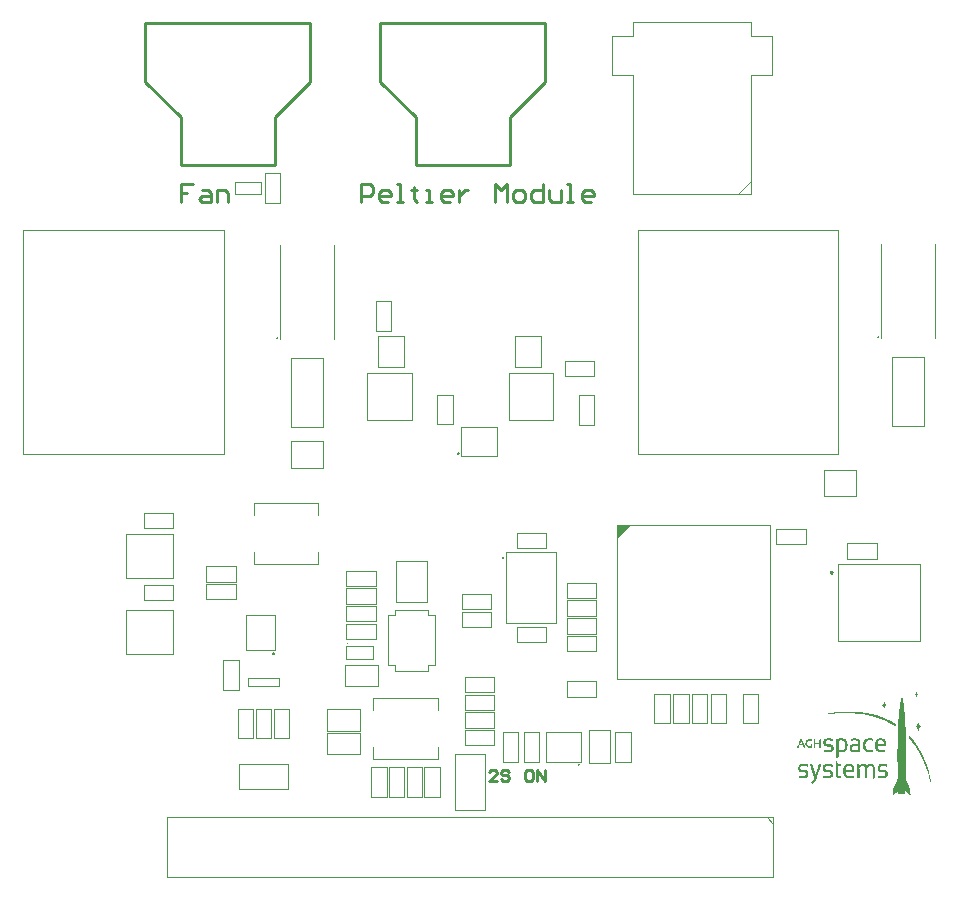
<source format=gbr>
%TF.GenerationSoftware,Altium Limited,Altium Designer,21.6.1 (37)*%
G04 Layer_Color=65535*
%FSLAX45Y45*%
%MOMM*%
%TF.SameCoordinates,308497C2-864B-4A42-B135-7B231B7309CE*%
%TF.FilePolarity,Positive*%
%TF.FileFunction,Legend,Top*%
%TF.Part,Single*%
G01*
G75*
%TA.AperFunction,NonConductor*%
%ADD95C,0.25400*%
%ADD101C,0.20000*%
%ADD102C,0.15000*%
%ADD103C,0.10000*%
%ADD104C,0.05000*%
%ADD105C,0.25600*%
%ADD106C,0.10160*%
G36*
X5244364Y3005000D02*
Y3125000D01*
X5364364D01*
X5244364Y3005000D01*
D02*
G37*
G36*
X7783363Y1711883D02*
X7786041D01*
Y1703848D01*
X7788719D01*
Y1701170D01*
X7791397D01*
Y1695814D01*
X7794075D01*
Y1690458D01*
X7791397D01*
Y1687780D01*
X7788719D01*
Y1685102D01*
X7786041D01*
Y1682424D01*
Y1677068D01*
X7783363D01*
Y1671712D01*
X7780685D01*
Y1674390D01*
X7778007D01*
Y1682424D01*
X7775328D01*
Y1687780D01*
X7772650D01*
Y1690458D01*
X7767294D01*
Y1695814D01*
X7769973D01*
Y1698492D01*
X7772650D01*
Y1701170D01*
X7775328D01*
Y1703848D01*
X7778007D01*
Y1714561D01*
X7783363D01*
Y1711883D01*
D02*
G37*
G36*
X7512877Y1626184D02*
X7515555D01*
Y1612794D01*
X7518233D01*
Y1610116D01*
X7520911D01*
Y1607438D01*
X7526267D01*
Y1599403D01*
X7523589D01*
Y1596725D01*
X7520911D01*
Y1594047D01*
X7518233D01*
Y1588691D01*
X7515555D01*
Y1580657D01*
X7512877D01*
Y1572622D01*
X7510199D01*
Y1575301D01*
X7507521D01*
Y1577979D01*
X7504843D01*
Y1586013D01*
X7502165D01*
Y1591369D01*
X7499487D01*
Y1594047D01*
X7496808D01*
Y1596725D01*
X7494131D01*
Y1599403D01*
X7491452D01*
Y1604760D01*
X7494131D01*
Y1607438D01*
X7496808D01*
Y1610116D01*
X7499487D01*
Y1612794D01*
X7502165D01*
Y1618150D01*
X7504843D01*
Y1626184D01*
X7507521D01*
Y1628862D01*
X7510199D01*
Y1631540D01*
X7512877D01*
Y1626184D01*
D02*
G37*
G36*
X7285240Y1545842D02*
X7303987D01*
Y1543164D01*
X7330768D01*
Y1540486D01*
X7346836D01*
Y1537808D01*
X7357549D01*
Y1535130D01*
X7378973D01*
Y1532451D01*
X7384329D01*
Y1529773D01*
X7403076D01*
Y1527095D01*
X7411110D01*
Y1524417D01*
X7421822D01*
Y1521739D01*
X7432535D01*
Y1519061D01*
X7437891D01*
Y1516383D01*
X7451281D01*
Y1513705D01*
X7456637D01*
Y1511027D01*
X7464672D01*
Y1508349D01*
X7472706D01*
Y1505671D01*
X7478062D01*
Y1502993D01*
X7488774D01*
Y1500314D01*
X7494131D01*
Y1497637D01*
X7502165D01*
Y1494958D01*
X7507521D01*
Y1492280D01*
X7512877D01*
Y1489602D01*
X7520911D01*
Y1486924D01*
X7523589D01*
Y1484246D01*
X7531623D01*
Y1481568D01*
X7536980D01*
Y1478890D01*
X7542336D01*
Y1476212D01*
X7547692D01*
Y1473534D01*
X7553048D01*
Y1470856D01*
X7558404D01*
Y1468178D01*
X7561082D01*
Y1465499D01*
X7569117D01*
Y1462822D01*
X7571795D01*
Y1460143D01*
X7577151D01*
Y1457465D01*
X7582507D01*
Y1454787D01*
X7585185D01*
Y1452109D01*
X7593219D01*
Y1449431D01*
X7595897D01*
Y1446753D01*
X7601254D01*
Y1444075D01*
X7603932D01*
Y1428007D01*
X7601254D01*
Y1425328D01*
X7593219D01*
Y1428007D01*
X7590541D01*
Y1430684D01*
X7587863D01*
Y1433363D01*
X7579829D01*
Y1436041D01*
X7577151D01*
Y1438719D01*
X7571795D01*
Y1441397D01*
X7569117D01*
Y1444075D01*
X7563761D01*
Y1446753D01*
X7558404D01*
Y1449431D01*
X7555726D01*
Y1452109D01*
X7547692D01*
Y1454787D01*
X7542336D01*
Y1457465D01*
X7539658D01*
Y1460143D01*
X7531623D01*
Y1462822D01*
X7528946D01*
Y1465499D01*
X7520911D01*
Y1468178D01*
X7515555D01*
Y1470856D01*
X7510199D01*
Y1473534D01*
X7504843D01*
Y1476212D01*
X7499487D01*
Y1478890D01*
X7488774D01*
Y1481568D01*
X7486096D01*
Y1484246D01*
X7475384D01*
Y1486924D01*
X7470028D01*
Y1489602D01*
X7464672D01*
Y1492280D01*
X7453959D01*
Y1494958D01*
X7448603D01*
Y1497637D01*
X7437891D01*
Y1500314D01*
X7432535D01*
Y1502993D01*
X7421822D01*
Y1505671D01*
X7411110D01*
Y1508349D01*
X7405754D01*
Y1511027D01*
X7389685D01*
Y1513705D01*
X7381651D01*
Y1516383D01*
X7368261D01*
Y1519061D01*
X7354870D01*
Y1521739D01*
X7346836D01*
Y1524417D01*
X7322734D01*
Y1527095D01*
X7314699D01*
Y1529773D01*
X7282562D01*
Y1532451D01*
X7261138D01*
Y1535130D01*
X7223645D01*
Y1537808D01*
X7140624D01*
Y1535130D01*
X7089741D01*
Y1532451D01*
X7070994D01*
Y1529773D01*
X7033501D01*
Y1527095D01*
X7025467D01*
Y1524417D01*
X7006721D01*
Y1527095D01*
X7014755D01*
Y1529773D01*
X7028145D01*
Y1532451D01*
X7030823D01*
Y1535130D01*
X7052248D01*
Y1537808D01*
X7065638D01*
Y1540486D01*
X7081707D01*
Y1543164D01*
X7111166D01*
Y1545842D01*
X7135268D01*
Y1548520D01*
X7285240D01*
Y1545842D01*
D02*
G37*
G36*
X7796753Y1454787D02*
X7799431D01*
Y1449431D01*
X7802109D01*
Y1441397D01*
X7804787D01*
Y1436041D01*
X7807465D01*
Y1433363D01*
X7810143D01*
Y1428007D01*
X7815500D01*
Y1425328D01*
X7818178D01*
Y1419972D01*
X7815500D01*
Y1417294D01*
X7812822D01*
Y1414616D01*
X7810143D01*
Y1411938D01*
X7807465D01*
Y1409260D01*
X7804787D01*
Y1403904D01*
X7802109D01*
Y1395870D01*
X7799431D01*
Y1387835D01*
X7796753D01*
Y1385157D01*
X7791397D01*
Y1401226D01*
X7788719D01*
Y1403904D01*
X7786041D01*
Y1411938D01*
X7783363D01*
Y1414616D01*
X7780685D01*
Y1417294D01*
X7778007D01*
Y1419972D01*
X7772650D01*
Y1425328D01*
X7775328D01*
Y1428007D01*
X7780685D01*
Y1430684D01*
X7783363D01*
Y1433363D01*
X7786041D01*
Y1438719D01*
X7788719D01*
Y1444075D01*
X7791397D01*
Y1460143D01*
X7796753D01*
Y1454787D01*
D02*
G37*
G36*
X7403076Y1320883D02*
X7411110D01*
Y1315527D01*
X7413788D01*
Y1312849D01*
Y1310171D01*
Y1304815D01*
X7411110D01*
Y1302137D01*
X7403076D01*
Y1304815D01*
X7370939D01*
Y1302137D01*
X7365583D01*
Y1299459D01*
X7362905D01*
Y1296781D01*
X7357549D01*
Y1294103D01*
X7354870D01*
Y1288746D01*
X7352192D01*
Y1283390D01*
X7349514D01*
Y1272678D01*
X7346836D01*
Y1253931D01*
X7349514D01*
Y1243219D01*
X7352192D01*
Y1237863D01*
X7354870D01*
Y1232507D01*
X7357549D01*
Y1229829D01*
X7360227D01*
Y1227151D01*
X7362905D01*
Y1224473D01*
X7365583D01*
Y1221795D01*
X7411110D01*
Y1219116D01*
X7413788D01*
Y1208404D01*
X7411110D01*
Y1203048D01*
X7362905D01*
Y1205726D01*
X7357549D01*
Y1208404D01*
X7352192D01*
Y1211082D01*
X7349514D01*
Y1213760D01*
X7344158D01*
Y1216439D01*
X7341480D01*
Y1221795D01*
X7338802D01*
Y1224473D01*
X7336124D01*
Y1229829D01*
X7333446D01*
Y1235185D01*
X7330768D01*
Y1248575D01*
X7328090D01*
Y1280712D01*
X7330768D01*
Y1291425D01*
X7333446D01*
Y1296781D01*
X7336124D01*
Y1302137D01*
X7338802D01*
Y1304815D01*
X7341480D01*
Y1307493D01*
X7344158D01*
Y1310171D01*
X7346836D01*
Y1312849D01*
X7349514D01*
Y1315527D01*
X7354870D01*
Y1318205D01*
X7362905D01*
Y1320883D01*
X7368261D01*
Y1323561D01*
X7403076D01*
Y1320883D01*
D02*
G37*
G36*
X7054926D02*
X7062960D01*
Y1318205D01*
X7070994D01*
Y1315527D01*
X7073672D01*
Y1299459D01*
X7060282D01*
Y1302137D01*
X7052248D01*
Y1304815D01*
X7022789D01*
Y1302137D01*
X7020111D01*
Y1299459D01*
X7014755D01*
Y1296781D01*
X7012077D01*
Y1278034D01*
X7014755D01*
Y1275356D01*
X7017433D01*
Y1272678D01*
X7057604D01*
Y1270000D01*
X7060282D01*
Y1267322D01*
X7065638D01*
Y1264644D01*
X7068316D01*
Y1261966D01*
X7070994D01*
Y1259288D01*
X7073672D01*
Y1253931D01*
X7076351D01*
Y1245897D01*
X7079029D01*
Y1227151D01*
X7076351D01*
Y1221795D01*
X7073672D01*
Y1216439D01*
X7070994D01*
Y1213760D01*
X7068316D01*
Y1211082D01*
X7065638D01*
Y1208404D01*
X7060282D01*
Y1205726D01*
X7057604D01*
Y1203048D01*
X7004042D01*
Y1205726D01*
X6998686D01*
Y1208404D01*
X6996008D01*
Y1224473D01*
X6998686D01*
Y1227151D01*
X7001364D01*
Y1224473D01*
X7006721D01*
Y1221795D01*
X7052248D01*
Y1224473D01*
X7054926D01*
Y1229829D01*
X7057604D01*
Y1232507D01*
X7060282D01*
Y1237863D01*
X7057604D01*
Y1245897D01*
X7054926D01*
Y1248575D01*
X7049570D01*
Y1251254D01*
X7022789D01*
Y1253931D01*
X7009398D01*
Y1256610D01*
X7004042D01*
Y1259288D01*
X7001364D01*
Y1261966D01*
X6998686D01*
Y1264644D01*
X6996008D01*
Y1272678D01*
X6993330D01*
Y1288746D01*
X6990652D01*
Y1291425D01*
X6993330D01*
Y1299459D01*
X6996008D01*
Y1307493D01*
X6998686D01*
Y1310171D01*
X7001364D01*
Y1312849D01*
X7004042D01*
Y1315527D01*
X7006721D01*
Y1318205D01*
X7014755D01*
Y1320883D01*
X7020111D01*
Y1323561D01*
X7054926D01*
Y1320883D01*
D02*
G37*
G36*
X6896919Y1310171D02*
X6899597D01*
Y1302137D01*
X6896919D01*
Y1299459D01*
X6891563D01*
Y1302137D01*
X6867460D01*
Y1299459D01*
X6862104D01*
Y1296781D01*
X6859426D01*
Y1294103D01*
X6856748D01*
Y1288746D01*
X6854070D01*
Y1267322D01*
X6856748D01*
Y1261966D01*
X6859426D01*
Y1259288D01*
X6862104D01*
Y1256610D01*
X6864782D01*
Y1253931D01*
X6886207D01*
Y1272678D01*
X6888885D01*
Y1278034D01*
X6896919D01*
Y1275356D01*
X6899597D01*
Y1245897D01*
X6896919D01*
Y1243219D01*
X6891563D01*
Y1240541D01*
X6870139D01*
Y1243219D01*
X6862104D01*
Y1245897D01*
X6856748D01*
Y1248575D01*
X6854070D01*
Y1251254D01*
X6851392D01*
Y1253931D01*
X6848714D01*
Y1256610D01*
X6846036D01*
Y1261966D01*
X6843358D01*
Y1264644D01*
Y1267322D01*
Y1270000D01*
X6840680D01*
Y1286068D01*
X6843358D01*
Y1294103D01*
X6846036D01*
Y1299459D01*
X6848714D01*
Y1304815D01*
X6854070D01*
Y1307493D01*
X6856748D01*
Y1310171D01*
X6864782D01*
Y1312849D01*
X6896919D01*
Y1310171D01*
D02*
G37*
G36*
X6969227D02*
X6971906D01*
Y1243219D01*
X6969227D01*
Y1240541D01*
X6961193D01*
Y1243219D01*
X6958515D01*
Y1272678D01*
X6923700D01*
Y1243219D01*
X6921022D01*
Y1240541D01*
X6912988D01*
Y1243219D01*
X6910310D01*
Y1310171D01*
X6912988D01*
Y1312849D01*
X6923700D01*
Y1286068D01*
X6926378D01*
Y1283390D01*
X6955837D01*
Y1286068D01*
X6958515D01*
Y1310171D01*
X6961193D01*
Y1312849D01*
X6969227D01*
Y1310171D01*
D02*
G37*
G36*
X7271850Y1320883D02*
X7279884D01*
Y1318205D01*
X7287918D01*
Y1315527D01*
X7290597D01*
Y1312849D01*
X7293275D01*
Y1310171D01*
X7295953D01*
Y1307493D01*
X7298631D01*
Y1304815D01*
X7301309D01*
Y1299459D01*
X7303987D01*
Y1203048D01*
X7290597D01*
Y1208404D01*
X7287918D01*
Y1211082D01*
X7282562D01*
Y1208404D01*
X7277206D01*
Y1205726D01*
X7271850D01*
Y1203048D01*
X7234357D01*
Y1205726D01*
X7231679D01*
Y1208404D01*
X7226323D01*
Y1211082D01*
X7223645D01*
Y1213760D01*
X7220967D01*
Y1219116D01*
X7218289D01*
Y1224473D01*
X7215611D01*
Y1251254D01*
X7218289D01*
Y1256610D01*
X7220967D01*
Y1261966D01*
X7223645D01*
Y1264644D01*
X7226323D01*
Y1267322D01*
X7229001D01*
Y1270000D01*
X7231679D01*
Y1272678D01*
X7245069D01*
Y1275356D01*
X7277206D01*
Y1272678D01*
X7282562D01*
Y1275356D01*
X7285240D01*
Y1291425D01*
X7282562D01*
Y1296781D01*
X7279884D01*
Y1299459D01*
X7274528D01*
Y1302137D01*
X7269172D01*
Y1304815D01*
X7242391D01*
Y1302137D01*
X7234357D01*
Y1299459D01*
X7223645D01*
Y1315527D01*
X7226323D01*
Y1318205D01*
X7234357D01*
Y1320883D01*
X7242391D01*
Y1323561D01*
X7271850D01*
Y1320883D01*
D02*
G37*
G36*
X6811221Y1310171D02*
X6813899D01*
Y1302137D01*
X6816577D01*
Y1296781D01*
X6819255D01*
Y1291425D01*
X6821933D01*
Y1283390D01*
X6824611D01*
Y1278034D01*
X6827289D01*
Y1270000D01*
X6829967D01*
Y1264644D01*
X6832645D01*
Y1259288D01*
X6835324D01*
Y1251254D01*
X6838002D01*
Y1248575D01*
X6840680D01*
Y1243219D01*
X6838002D01*
Y1240541D01*
X6829967D01*
Y1243219D01*
X6827289D01*
Y1245897D01*
X6824611D01*
Y1251254D01*
X6821933D01*
Y1259288D01*
X6819255D01*
Y1261966D01*
X6797830D01*
Y1267322D01*
X6795153D01*
Y1270000D01*
X6789796D01*
Y1259288D01*
X6787118D01*
Y1253931D01*
X6784440D01*
Y1248575D01*
X6781762D01*
Y1243219D01*
X6779084D01*
Y1240541D01*
X6771050D01*
Y1253931D01*
X6773728D01*
Y1256610D01*
X6776406D01*
Y1264644D01*
X6779084D01*
Y1270000D01*
X6781762D01*
Y1275356D01*
X6784440D01*
Y1283390D01*
X6787118D01*
Y1288746D01*
X6789796D01*
Y1296781D01*
X6792474D01*
Y1302137D01*
X6795153D01*
Y1307493D01*
X6797830D01*
Y1312849D01*
X6811221D01*
Y1310171D01*
D02*
G37*
G36*
X7491452Y1320883D02*
X7496808D01*
Y1318205D01*
X7504843D01*
Y1315527D01*
X7507521D01*
Y1312849D01*
X7510199D01*
Y1310171D01*
X7512877D01*
Y1307493D01*
X7515555D01*
Y1304815D01*
X7518233D01*
Y1299459D01*
X7520911D01*
Y1288746D01*
X7523589D01*
Y1256610D01*
X7520911D01*
Y1253931D01*
X7451281D01*
Y1237863D01*
X7453959D01*
Y1235185D01*
X7456637D01*
Y1229829D01*
X7459316D01*
Y1227151D01*
X7464672D01*
Y1224473D01*
X7467350D01*
Y1221795D01*
X7518233D01*
Y1219116D01*
X7520911D01*
Y1211082D01*
X7518233D01*
Y1205726D01*
X7515555D01*
Y1203048D01*
X7461993D01*
Y1205726D01*
X7459316D01*
Y1208404D01*
X7451281D01*
Y1211082D01*
X7448603D01*
Y1213760D01*
X7445925D01*
Y1216439D01*
X7443247D01*
Y1219116D01*
X7440569D01*
Y1224473D01*
X7437891D01*
Y1229829D01*
X7435213D01*
Y1235185D01*
X7432535D01*
Y1253931D01*
X7429857D01*
Y1272678D01*
X7432535D01*
Y1294103D01*
X7435213D01*
Y1296781D01*
X7437891D01*
Y1304815D01*
X7440569D01*
Y1307493D01*
X7443247D01*
Y1310171D01*
X7445925D01*
Y1312849D01*
X7448603D01*
Y1315527D01*
X7453959D01*
Y1318205D01*
X7459316D01*
Y1320883D01*
X7464672D01*
Y1323561D01*
X7491452D01*
Y1320883D01*
D02*
G37*
G36*
X7159371D02*
X7164727D01*
Y1318205D01*
X7172761D01*
Y1315527D01*
X7178117D01*
Y1312849D01*
X7180795D01*
Y1310171D01*
X7183474D01*
Y1307493D01*
X7186152D01*
Y1302137D01*
X7188830D01*
Y1296781D01*
X7191508D01*
Y1294103D01*
X7194186D01*
Y1275356D01*
X7196864D01*
Y1253931D01*
X7194186D01*
Y1251254D01*
Y1248575D01*
Y1232507D01*
X7191508D01*
Y1229829D01*
X7188830D01*
Y1224473D01*
X7186152D01*
Y1219116D01*
X7183474D01*
Y1216439D01*
X7180795D01*
Y1213760D01*
X7178117D01*
Y1211082D01*
X7175439D01*
Y1208404D01*
X7170083D01*
Y1205726D01*
X7164727D01*
Y1203048D01*
X7121878D01*
Y1160199D01*
X7119200D01*
Y1157521D01*
X7103131D01*
Y1318205D01*
X7113844D01*
Y1320883D01*
X7121878D01*
Y1323561D01*
X7159371D01*
Y1320883D01*
D02*
G37*
G36*
X7408432Y1103959D02*
X7411110D01*
Y1101281D01*
X7413788D01*
Y1098603D01*
X7419144D01*
Y1093247D01*
X7421822D01*
Y1090569D01*
X7424501D01*
Y1082535D01*
X7427178D01*
Y1077178D01*
X7429857D01*
Y983446D01*
X7419144D01*
Y980768D01*
X7416466D01*
Y983446D01*
X7411110D01*
Y988802D01*
X7408432D01*
Y991480D01*
X7411110D01*
Y1066466D01*
X7408432D01*
Y1077178D01*
X7405754D01*
Y1082535D01*
X7403076D01*
Y1085212D01*
X7397720D01*
Y1087891D01*
X7381651D01*
Y1085212D01*
X7376295D01*
Y1082535D01*
X7373617D01*
Y1079857D01*
X7368261D01*
Y1074500D01*
X7365583D01*
Y1071822D01*
X7362905D01*
Y1063788D01*
X7365583D01*
Y1061110D01*
X7362905D01*
Y994158D01*
X7365583D01*
Y986124D01*
X7362905D01*
Y983446D01*
X7344158D01*
Y988802D01*
Y991480D01*
Y1069144D01*
X7341480D01*
Y1079857D01*
X7338802D01*
Y1082535D01*
X7336124D01*
Y1085212D01*
X7333446D01*
Y1087891D01*
X7317377D01*
Y1085212D01*
X7312021D01*
Y1082535D01*
X7306665D01*
Y1079857D01*
X7303987D01*
Y1077178D01*
X7301309D01*
Y1074500D01*
X7298631D01*
Y1069144D01*
X7295953D01*
Y1066466D01*
X7298631D01*
Y986124D01*
X7295953D01*
Y983446D01*
X7293275D01*
Y980768D01*
X7290597D01*
Y983446D01*
X7279884D01*
Y986124D01*
X7277206D01*
Y1103959D01*
X7279884D01*
Y1106637D01*
X7290597D01*
Y1103959D01*
X7293275D01*
Y1095925D01*
X7301309D01*
Y1098603D01*
X7306665D01*
Y1101281D01*
X7309343D01*
Y1103959D01*
X7314699D01*
Y1106637D01*
X7341480D01*
Y1103959D01*
X7346836D01*
Y1101281D01*
X7349514D01*
Y1098603D01*
X7354870D01*
Y1093247D01*
X7362905D01*
Y1095925D01*
X7365583D01*
Y1098603D01*
X7370939D01*
Y1101281D01*
X7376295D01*
Y1103959D01*
X7378973D01*
Y1106637D01*
X7408432D01*
Y1103959D01*
D02*
G37*
G36*
X7520911D02*
X7528946D01*
Y1101281D01*
X7534302D01*
Y1082535D01*
X7526267D01*
Y1085212D01*
X7518233D01*
Y1087891D01*
X7483418D01*
Y1085212D01*
X7478062D01*
Y1082535D01*
X7475384D01*
Y1079857D01*
X7472706D01*
Y1074500D01*
X7470028D01*
Y1066466D01*
X7472706D01*
Y1061110D01*
X7475384D01*
Y1058432D01*
X7478062D01*
Y1055754D01*
X7510199D01*
Y1053076D01*
X7520911D01*
Y1050398D01*
X7526267D01*
Y1047720D01*
X7528946D01*
Y1045041D01*
X7531623D01*
Y1042363D01*
X7534302D01*
Y1034329D01*
X7536980D01*
Y1028973D01*
X7539658D01*
Y1007548D01*
X7536980D01*
Y1002192D01*
X7534302D01*
Y996836D01*
X7531623D01*
Y994158D01*
X7528946D01*
Y991480D01*
X7526267D01*
Y988802D01*
X7520911D01*
Y986124D01*
X7518233D01*
Y983446D01*
X7467350D01*
Y986124D01*
X7459316D01*
Y988802D01*
X7456637D01*
Y1004870D01*
X7459316D01*
Y1007548D01*
X7464672D01*
Y1004870D01*
X7470028D01*
Y1002192D01*
X7510199D01*
Y1004870D01*
X7515555D01*
Y1010227D01*
X7518233D01*
Y1026295D01*
X7515555D01*
Y1028973D01*
X7512877D01*
Y1031651D01*
X7510199D01*
Y1034329D01*
X7472706D01*
Y1037007D01*
X7467350D01*
Y1039686D01*
X7464672D01*
Y1042363D01*
X7461993D01*
Y1045041D01*
X7459316D01*
Y1047720D01*
X7456637D01*
Y1055754D01*
X7453959D01*
Y1063788D01*
X7451281D01*
Y1077178D01*
X7453959D01*
Y1085212D01*
X7456637D01*
Y1090569D01*
X7459316D01*
Y1093247D01*
X7461993D01*
Y1095925D01*
X7464672D01*
Y1098603D01*
X7467350D01*
Y1101281D01*
X7472706D01*
Y1103959D01*
X7478062D01*
Y1106637D01*
X7520911D01*
Y1103959D01*
D02*
G37*
G36*
X7054926D02*
X7065638D01*
Y1101281D01*
X7068316D01*
Y1098603D01*
X7070994D01*
Y1082535D01*
X7060282D01*
Y1085212D01*
X7052248D01*
Y1087891D01*
X7017433D01*
Y1085212D01*
X7014755D01*
Y1082535D01*
X7009398D01*
Y1077178D01*
X7006721D01*
Y1063788D01*
X7009398D01*
Y1061110D01*
X7012077D01*
Y1058432D01*
X7014755D01*
Y1055754D01*
X7046892D01*
Y1053076D01*
X7057604D01*
Y1050398D01*
X7060282D01*
Y1047720D01*
X7065638D01*
Y1042363D01*
X7068316D01*
Y1039686D01*
X7070994D01*
Y1031651D01*
X7073672D01*
Y1004870D01*
X7070994D01*
Y996836D01*
X7065638D01*
Y991480D01*
X7060282D01*
Y988802D01*
X7057604D01*
Y986124D01*
X7052248D01*
Y983446D01*
X7001364D01*
Y986124D01*
X6996008D01*
Y988802D01*
X6993330D01*
Y1007548D01*
X6998686D01*
Y1004870D01*
X7004042D01*
Y1002192D01*
X7046892D01*
Y1004870D01*
X7049570D01*
Y1007548D01*
X7052248D01*
Y1012905D01*
X7054926D01*
Y1023617D01*
X7052248D01*
Y1028973D01*
X7049570D01*
Y1031651D01*
X7044213D01*
Y1034329D01*
X7009398D01*
Y1037007D01*
X7004042D01*
Y1039686D01*
X7001364D01*
Y1042363D01*
X6996008D01*
Y1047720D01*
X6993330D01*
Y1050398D01*
X6990652D01*
Y1061110D01*
X6987974D01*
Y1082535D01*
X6990652D01*
Y1087891D01*
X6993330D01*
Y1093247D01*
X6996008D01*
Y1095925D01*
X6998686D01*
Y1098603D01*
X7004042D01*
Y1101281D01*
X7006721D01*
Y1103959D01*
X7012077D01*
Y1106637D01*
X7054926D01*
Y1103959D01*
D02*
G37*
G36*
X6846036D02*
X6856748D01*
Y1101281D01*
X6859426D01*
Y1082535D01*
X6851392D01*
Y1085212D01*
X6843358D01*
Y1087891D01*
X6808543D01*
Y1085212D01*
X6803187D01*
Y1079857D01*
X6800508D01*
Y1077178D01*
X6797830D01*
Y1063788D01*
X6800508D01*
Y1061110D01*
X6803187D01*
Y1055754D01*
X6838002D01*
Y1053076D01*
X6846036D01*
Y1050398D01*
X6851392D01*
Y1047720D01*
X6854070D01*
Y1045041D01*
X6856748D01*
Y1042363D01*
X6859426D01*
Y1037007D01*
X6862104D01*
Y1031651D01*
X6864782D01*
Y1004870D01*
X6862104D01*
Y1002192D01*
X6859426D01*
Y996836D01*
X6856748D01*
Y994158D01*
X6854070D01*
Y991480D01*
X6851392D01*
Y988802D01*
X6848714D01*
Y986124D01*
X6843358D01*
Y983446D01*
X6792474D01*
Y986124D01*
X6784440D01*
Y1007548D01*
X6789796D01*
Y1004870D01*
X6795153D01*
Y1002192D01*
X6838002D01*
Y1004870D01*
X6840680D01*
Y1010227D01*
X6843358D01*
Y1012905D01*
X6846036D01*
Y1023617D01*
X6843358D01*
Y1028973D01*
X6840680D01*
Y1031651D01*
X6835324D01*
Y1034329D01*
X6800508D01*
Y1037007D01*
X6792474D01*
Y1039686D01*
X6789796D01*
Y1042363D01*
X6787118D01*
Y1045041D01*
X6784440D01*
Y1050398D01*
X6781762D01*
Y1058432D01*
X6779084D01*
Y1082535D01*
X6781762D01*
Y1087891D01*
X6784440D01*
Y1093247D01*
X6787118D01*
Y1095925D01*
X6789796D01*
Y1098603D01*
X6792474D01*
Y1101281D01*
X6797830D01*
Y1103959D01*
X6803187D01*
Y1106637D01*
X6846036D01*
Y1103959D01*
D02*
G37*
G36*
X6974583Y1093247D02*
X6971906D01*
Y1087891D01*
X6969227D01*
Y1077178D01*
X6966549D01*
Y1071822D01*
X6963871D01*
Y1063788D01*
X6961193D01*
Y1055754D01*
X6958515D01*
Y1050398D01*
X6955837D01*
Y1037007D01*
X6953159D01*
Y1034329D01*
X6950481D01*
Y1023617D01*
X6947803D01*
Y1015583D01*
X6945125D01*
Y1010227D01*
X6942447D01*
Y999514D01*
X6939769D01*
Y994158D01*
X6937091D01*
Y983446D01*
X6934412D01*
Y978090D01*
X6931734D01*
Y970055D01*
X6929056D01*
Y964699D01*
X6926378D01*
Y959343D01*
X6923700D01*
Y953987D01*
X6921022D01*
Y951309D01*
X6918344D01*
Y948631D01*
X6915666D01*
Y945953D01*
X6912988D01*
Y943274D01*
X6910310D01*
Y940596D01*
X6904953D01*
Y937918D01*
X6896919D01*
Y940596D01*
X6894241D01*
Y945953D01*
X6891563D01*
Y951309D01*
X6894241D01*
Y956665D01*
X6899597D01*
Y959343D01*
X6902276D01*
Y962021D01*
X6904953D01*
Y964699D01*
X6907632D01*
Y967377D01*
X6910310D01*
Y972733D01*
X6912988D01*
Y978090D01*
X6915666D01*
Y986124D01*
X6912988D01*
Y988802D01*
Y996836D01*
X6910310D01*
Y1004870D01*
X6907632D01*
Y1012905D01*
X6904953D01*
Y1023617D01*
X6902276D01*
Y1028973D01*
X6899597D01*
Y1039686D01*
X6896919D01*
Y1045041D01*
X6894241D01*
Y1055754D01*
X6891563D01*
Y1063788D01*
X6888885D01*
Y1069144D01*
X6886207D01*
Y1082535D01*
X6883529D01*
Y1087891D01*
X6880851D01*
Y1095925D01*
X6878173D01*
Y1106637D01*
X6896919D01*
Y1103959D01*
X6899597D01*
Y1093247D01*
X6902276D01*
Y1087891D01*
X6904953D01*
Y1074500D01*
X6907632D01*
Y1069144D01*
X6910310D01*
Y1058432D01*
X6912988D01*
Y1050398D01*
X6915666D01*
Y1045041D01*
X6918344D01*
Y1031651D01*
X6921022D01*
Y1026295D01*
X6923700D01*
Y1018261D01*
X6926378D01*
Y1015583D01*
X6929056D01*
Y1018261D01*
X6931734D01*
Y1034329D01*
X6934412D01*
Y1039686D01*
X6937091D01*
Y1050398D01*
X6939769D01*
Y1058432D01*
X6942447D01*
Y1063788D01*
X6945125D01*
Y1077178D01*
X6947803D01*
Y1079857D01*
X6950481D01*
Y1095925D01*
X6953159D01*
Y1098603D01*
X6955837D01*
Y1103959D01*
X6958515D01*
Y1106637D01*
X6974583D01*
Y1093247D01*
D02*
G37*
G36*
X7226323Y1103959D02*
X7231679D01*
Y1101281D01*
X7234357D01*
Y1098603D01*
X7239713D01*
Y1095925D01*
X7242391D01*
Y1093247D01*
X7245069D01*
Y1087891D01*
X7247747D01*
Y1085212D01*
X7250425D01*
Y1077178D01*
X7253104D01*
Y1058432D01*
X7255782D01*
Y1045041D01*
X7253104D01*
Y1039686D01*
X7250425D01*
Y1037007D01*
X7183474D01*
Y1034329D01*
X7180795D01*
Y1020939D01*
X7183474D01*
Y1018261D01*
X7186152D01*
Y1012905D01*
X7188830D01*
Y1010227D01*
X7191508D01*
Y1007548D01*
X7194186D01*
Y1004870D01*
X7199542D01*
Y1002192D01*
X7242391D01*
Y1004870D01*
X7247747D01*
Y1002192D01*
X7250425D01*
Y988802D01*
X7247747D01*
Y986124D01*
X7245069D01*
Y983446D01*
X7194186D01*
Y986124D01*
X7188830D01*
Y988802D01*
X7183474D01*
Y991480D01*
X7180795D01*
Y994158D01*
X7178117D01*
Y996836D01*
X7175439D01*
Y999514D01*
X7172761D01*
Y1002192D01*
X7170083D01*
Y1007548D01*
X7167405D01*
Y1012905D01*
X7164727D01*
Y1018261D01*
X7162049D01*
Y1074500D01*
X7164727D01*
Y1079857D01*
X7167405D01*
Y1085212D01*
X7170083D01*
Y1090569D01*
X7172761D01*
Y1093247D01*
X7175439D01*
Y1095925D01*
X7178117D01*
Y1098603D01*
X7183474D01*
Y1101281D01*
X7186152D01*
Y1103959D01*
X7194186D01*
Y1106637D01*
X7226323D01*
Y1103959D01*
D02*
G37*
G36*
X7108487Y1125384D02*
X7111166D01*
Y1117350D01*
X7113844D01*
Y1109315D01*
X7116522D01*
Y1106637D01*
X7140624D01*
Y1103959D01*
X7143302D01*
Y1090569D01*
X7140624D01*
Y1087891D01*
X7119200D01*
Y1085212D01*
X7116522D01*
Y1010227D01*
X7119200D01*
Y1007548D01*
X7121878D01*
Y1004870D01*
X7124556D01*
Y1002192D01*
X7140624D01*
Y999514D01*
X7143302D01*
Y983446D01*
X7111166D01*
Y986124D01*
X7108487D01*
Y988802D01*
X7105809D01*
Y991480D01*
X7103131D01*
Y996836D01*
X7100453D01*
Y1002192D01*
X7097775D01*
Y1066466D01*
Y1069144D01*
Y1125384D01*
X7103131D01*
Y1128062D01*
X7108487D01*
Y1125384D01*
D02*
G37*
G36*
X7719089Y1344986D02*
X7721767D01*
Y1342308D01*
X7724445D01*
Y1339630D01*
X7727123D01*
Y1336952D01*
X7729801D01*
Y1334274D01*
X7732479D01*
Y1331596D01*
X7735157D01*
Y1326240D01*
X7737835D01*
Y1323561D01*
X7740514D01*
Y1320883D01*
X7743192D01*
Y1318205D01*
X7745870D01*
Y1312849D01*
X7748548D01*
Y1310171D01*
X7751226D01*
Y1307493D01*
X7753904D01*
Y1304815D01*
X7756582D01*
Y1302137D01*
X7759260D01*
Y1296781D01*
X7761938D01*
Y1294103D01*
X7764616D01*
Y1288746D01*
X7767294D01*
Y1286068D01*
X7769973D01*
Y1283390D01*
X7772650D01*
Y1278034D01*
X7775328D01*
Y1275356D01*
X7778007D01*
Y1270000D01*
X7780685D01*
Y1267322D01*
X7783363D01*
Y1261966D01*
X7786041D01*
Y1259288D01*
X7788719D01*
Y1256610D01*
X7791397D01*
Y1248575D01*
X7794075D01*
Y1245897D01*
X7796753D01*
Y1240541D01*
X7799431D01*
Y1237863D01*
X7802109D01*
Y1232507D01*
X7804787D01*
Y1227151D01*
X7807465D01*
Y1224473D01*
X7810143D01*
Y1219116D01*
X7812822D01*
Y1213760D01*
X7815500D01*
Y1208404D01*
X7818178D01*
Y1203048D01*
X7820856D01*
Y1200370D01*
X7823534D01*
Y1192336D01*
X7826212D01*
Y1189658D01*
X7828890D01*
Y1181623D01*
X7831568D01*
Y1176267D01*
X7834246D01*
Y1170911D01*
X7836924D01*
Y1165555D01*
X7839602D01*
Y1160199D01*
X7842280D01*
Y1152165D01*
X7844959D01*
Y1149486D01*
X7847637D01*
Y1141452D01*
X7850315D01*
Y1136096D01*
X7852993D01*
Y1130740D01*
X7855671D01*
Y1120028D01*
X7858349D01*
Y1114671D01*
X7861027D01*
Y1106637D01*
X7863705D01*
Y1101281D01*
X7866383D01*
Y1093247D01*
X7869061D01*
Y1085212D01*
X7871739D01*
Y1077178D01*
X7874417D01*
Y1066466D01*
X7877095D01*
Y1061110D01*
X7879773D01*
Y1050398D01*
X7882452D01*
Y1042363D01*
X7885130D01*
Y1034329D01*
X7887808D01*
Y1020939D01*
X7890486D01*
Y1012905D01*
X7893164D01*
Y999514D01*
X7895842D01*
Y988802D01*
X7898520D01*
Y980768D01*
X7901198D01*
Y962021D01*
X7903876D01*
Y956665D01*
X7906554D01*
Y932562D01*
X7901198D01*
Y953987D01*
X7898520D01*
Y959343D01*
X7895842D01*
Y964699D01*
X7893164D01*
Y980768D01*
X7890486D01*
Y986124D01*
X7887808D01*
Y1002192D01*
X7885130D01*
Y1007548D01*
X7882452D01*
Y1018261D01*
X7879773D01*
Y1026295D01*
X7877095D01*
Y1031651D01*
X7874417D01*
Y1045041D01*
X7871739D01*
Y1050398D01*
X7869061D01*
Y1058432D01*
X7866383D01*
Y1066466D01*
X7863705D01*
Y1074500D01*
X7861027D01*
Y1082535D01*
X7858349D01*
Y1085212D01*
X7855671D01*
Y1095925D01*
X7852993D01*
Y1101281D01*
X7850315D01*
Y1109315D01*
X7847637D01*
Y1114671D01*
X7844959D01*
Y1120028D01*
X7842280D01*
Y1128062D01*
X7839602D01*
Y1133418D01*
X7836924D01*
Y1141452D01*
X7834246D01*
Y1144130D01*
X7831568D01*
Y1149486D01*
X7828890D01*
Y1157521D01*
X7826212D01*
Y1160199D01*
X7823534D01*
Y1168233D01*
X7820856D01*
Y1170911D01*
X7818178D01*
Y1176267D01*
X7815500D01*
Y1181623D01*
X7812822D01*
Y1186980D01*
X7810143D01*
Y1192336D01*
X7807465D01*
Y1195014D01*
X7804787D01*
Y1203048D01*
X7802109D01*
Y1205726D01*
X7799431D01*
Y1211082D01*
X7796753D01*
Y1216439D01*
X7794075D01*
Y1219116D01*
X7791397D01*
Y1224473D01*
X7788719D01*
Y1227151D01*
X7786041D01*
Y1232507D01*
X7783363D01*
Y1237863D01*
X7780685D01*
Y1240541D01*
X7778007D01*
Y1245897D01*
X7775328D01*
Y1248575D01*
X7772650D01*
Y1253931D01*
X7769973D01*
Y1256610D01*
X7767294D01*
Y1261966D01*
X7764616D01*
Y1264644D01*
X7761938D01*
Y1267322D01*
X7759260D01*
Y1272678D01*
X7756582D01*
Y1275356D01*
X7753904D01*
Y1280712D01*
X7751226D01*
Y1283390D01*
X7748548D01*
Y1286068D01*
X7745870D01*
Y1291425D01*
X7743192D01*
Y1294103D01*
X7740514D01*
Y1296781D01*
X7737835D01*
Y1299459D01*
X7735157D01*
Y1302137D01*
X7732479D01*
Y1307493D01*
X7729801D01*
Y1310171D01*
X7727123D01*
Y1312849D01*
X7724445D01*
Y1315527D01*
X7721767D01*
Y1318205D01*
X7719089D01*
Y1320883D01*
X7716411D01*
Y1339630D01*
X7713733D01*
Y1344986D01*
X7716411D01*
Y1347664D01*
X7719089D01*
Y1344986D01*
D02*
G37*
G36*
X7660171Y1666355D02*
X7662849D01*
Y1644931D01*
X7665527D01*
Y1639575D01*
X7668205D01*
Y1618150D01*
X7670884D01*
Y1604760D01*
X7673562D01*
Y1586013D01*
X7676240D01*
Y1561910D01*
X7678918D01*
Y1543164D01*
X7681596D01*
Y1500314D01*
X7684274D01*
Y1473534D01*
X7686952D01*
Y1417294D01*
X7689630D01*
Y1344986D01*
X7692308D01*
Y1063788D01*
X7689630D01*
Y975412D01*
X7692308D01*
Y970055D01*
X7694986D01*
Y962021D01*
X7697664D01*
Y956665D01*
X7700342D01*
Y948631D01*
X7703021D01*
Y943274D01*
X7705699D01*
Y937918D01*
X7708377D01*
Y929884D01*
X7711055D01*
Y927206D01*
X7713733D01*
Y916494D01*
X7716411D01*
Y911138D01*
X7719089D01*
Y905782D01*
X7721767D01*
Y897747D01*
X7724445D01*
Y892391D01*
X7727123D01*
Y865610D01*
X7729801D01*
Y852220D01*
X7732479D01*
Y838830D01*
X7727123D01*
Y841508D01*
X7724445D01*
Y844186D01*
X7721767D01*
Y846864D01*
X7719089D01*
Y849542D01*
X7716411D01*
Y852220D01*
X7713733D01*
Y854898D01*
X7708377D01*
Y857576D01*
X7705699D01*
Y860254D01*
X7703021D01*
Y862932D01*
X7697664D01*
Y865610D01*
X7694986D01*
Y868289D01*
X7692308D01*
Y870967D01*
X7689630D01*
Y873645D01*
X7684274D01*
Y852220D01*
X7681596D01*
Y849542D01*
X7625356D01*
Y873645D01*
X7620000D01*
Y870967D01*
X7617322D01*
Y868289D01*
X7614644D01*
Y865610D01*
X7611966D01*
Y862932D01*
X7606610D01*
Y860254D01*
X7603932D01*
Y857576D01*
X7601254D01*
Y854898D01*
X7598576D01*
Y852220D01*
X7595897D01*
Y849542D01*
X7593219D01*
Y846864D01*
X7590541D01*
Y844186D01*
X7587863D01*
Y841508D01*
X7585185D01*
Y838830D01*
X7579829D01*
Y868289D01*
X7582507D01*
Y881679D01*
X7585185D01*
Y900425D01*
X7587863D01*
Y903103D01*
X7590541D01*
Y908460D01*
X7593219D01*
Y916494D01*
X7595897D01*
Y921850D01*
X7598576D01*
Y929884D01*
X7601254D01*
Y935240D01*
X7603932D01*
Y940596D01*
X7606610D01*
Y948631D01*
X7609288D01*
Y953987D01*
X7611966D01*
Y962021D01*
X7614644D01*
Y967377D01*
X7617322D01*
Y975412D01*
X7620000D01*
Y1122706D01*
X7617322D01*
Y1229829D01*
X7620000D01*
Y1267322D01*
Y1270000D01*
Y1350342D01*
X7622678D01*
Y1401226D01*
X7625356D01*
Y1465499D01*
X7628034D01*
Y1486924D01*
X7630712D01*
Y1532451D01*
X7633390D01*
Y1548520D01*
X7636069D01*
Y1572622D01*
X7638747D01*
Y1596725D01*
X7641425D01*
Y1607438D01*
X7644103D01*
Y1631540D01*
X7646781D01*
Y1636896D01*
X7649459D01*
Y1652965D01*
X7652137D01*
Y1663677D01*
X7654815D01*
Y1666355D01*
X7657493D01*
Y1669033D01*
X7660171D01*
Y1666355D01*
D02*
G37*
%LPC*%
G36*
X7279884Y1256610D02*
X7245069D01*
Y1253931D01*
X7239713D01*
Y1251254D01*
X7237035D01*
Y1245897D01*
X7234357D01*
Y1232507D01*
X7237035D01*
Y1227151D01*
X7239713D01*
Y1221795D01*
X7271850D01*
Y1224473D01*
X7277206D01*
Y1227151D01*
X7282562D01*
Y1229829D01*
X7285240D01*
Y1251254D01*
X7282562D01*
Y1253931D01*
X7279884D01*
Y1256610D01*
D02*
G37*
G36*
X6808543Y1294103D02*
X6803187D01*
Y1291425D01*
X6800508D01*
Y1286068D01*
X6797830D01*
Y1280712D01*
X6795153D01*
Y1272678D01*
X6805865D01*
Y1275356D01*
X6813899D01*
Y1278034D01*
X6811221D01*
Y1283390D01*
X6808543D01*
Y1294103D01*
D02*
G37*
G36*
X7488774Y1304815D02*
X7467350D01*
Y1302137D01*
X7464672D01*
Y1299459D01*
X7459316D01*
Y1296781D01*
X7456637D01*
Y1291425D01*
X7453959D01*
Y1288746D01*
X7451281D01*
Y1275356D01*
X7453959D01*
Y1272678D01*
X7502165D01*
Y1275356D01*
X7504843D01*
Y1286068D01*
X7502165D01*
Y1291425D01*
Y1294103D01*
X7499487D01*
Y1296781D01*
X7496808D01*
Y1299459D01*
X7494131D01*
Y1302137D01*
X7488774D01*
Y1304815D01*
D02*
G37*
G36*
X7154015D02*
X7129912D01*
Y1302137D01*
X7124556D01*
Y1299459D01*
X7121878D01*
Y1229829D01*
X7124556D01*
Y1224473D01*
X7129912D01*
Y1221795D01*
X7159371D01*
Y1224473D01*
X7162049D01*
Y1227151D01*
X7167405D01*
Y1229829D01*
X7170083D01*
Y1235185D01*
X7172761D01*
Y1240541D01*
X7175439D01*
Y1261966D01*
Y1264644D01*
Y1286068D01*
X7172761D01*
Y1291425D01*
X7170083D01*
Y1294103D01*
X7167405D01*
Y1296781D01*
X7164727D01*
Y1299459D01*
X7159371D01*
Y1302137D01*
X7154015D01*
Y1304815D01*
D02*
G37*
G36*
X7220967Y1087891D02*
X7196864D01*
Y1085212D01*
X7191508D01*
Y1082535D01*
X7188830D01*
Y1079857D01*
X7186152D01*
Y1074500D01*
X7183474D01*
Y1069144D01*
X7180795D01*
Y1058432D01*
X7183474D01*
Y1055754D01*
X7191508D01*
Y1058432D01*
X7194186D01*
Y1055754D01*
X7218289D01*
Y1058432D01*
X7220967D01*
Y1055754D01*
X7231679D01*
Y1058432D01*
X7234357D01*
Y1071822D01*
X7231679D01*
Y1079857D01*
X7226323D01*
Y1085212D01*
X7220967D01*
Y1087891D01*
D02*
G37*
%LPD*%
D95*
X3902454Y3732500D02*
G03*
X3902454Y3732500I-5590J0D01*
G01*
X2337454Y2040000D02*
G03*
X2337454Y2040000I-5590J0D01*
G01*
X4281582Y2850000D02*
G03*
X4281582Y2850000I-2218J0D01*
G01*
X7069294Y2725000D02*
G03*
X7069294Y2725000I-6719J0D01*
G01*
X1650967Y6019751D02*
X1549400D01*
Y5943575D01*
X1600183D01*
X1549400D01*
Y5867400D01*
X1727143Y5968967D02*
X1777926D01*
X1803318Y5943575D01*
Y5867400D01*
X1727143D01*
X1701751Y5892792D01*
X1727143Y5918183D01*
X1803318D01*
X1854101Y5867400D02*
Y5968967D01*
X1930277D01*
X1955669Y5943575D01*
Y5867400D01*
X3073400D02*
Y6019751D01*
X3149575D01*
X3174967Y5994359D01*
Y5943575D01*
X3149575Y5918183D01*
X3073400D01*
X3301926Y5867400D02*
X3251143D01*
X3225751Y5892792D01*
Y5943575D01*
X3251143Y5968967D01*
X3301926D01*
X3327318Y5943575D01*
Y5918183D01*
X3225751D01*
X3378101Y5867400D02*
X3428885D01*
X3403493D01*
Y6019751D01*
X3378101D01*
X3530452Y5994359D02*
Y5968967D01*
X3505060D01*
X3555844D01*
X3530452D01*
Y5892792D01*
X3555844Y5867400D01*
X3632019D02*
X3682803D01*
X3657411D01*
Y5968967D01*
X3632019D01*
X3835153Y5867400D02*
X3784370D01*
X3758978Y5892792D01*
Y5943575D01*
X3784370Y5968967D01*
X3835153D01*
X3860545Y5943575D01*
Y5918183D01*
X3758978D01*
X3911329Y5968967D02*
Y5867400D01*
Y5918183D01*
X3936721Y5943575D01*
X3962112Y5968967D01*
X3987504D01*
X4216030Y5867400D02*
Y6019751D01*
X4266814Y5968967D01*
X4317597Y6019751D01*
Y5867400D01*
X4393773D02*
X4444556D01*
X4469948Y5892792D01*
Y5943575D01*
X4444556Y5968967D01*
X4393773D01*
X4368381Y5943575D01*
Y5892792D01*
X4393773Y5867400D01*
X4622299Y6019751D02*
Y5867400D01*
X4546123D01*
X4520732Y5892792D01*
Y5943575D01*
X4546123Y5968967D01*
X4622299D01*
X4673082D02*
Y5892792D01*
X4698474Y5867400D01*
X4774650D01*
Y5968967D01*
X4825433Y5867400D02*
X4876217D01*
X4850825D01*
Y6019751D01*
X4825433D01*
X5028567Y5867400D02*
X4977784D01*
X4952392Y5892792D01*
Y5943575D01*
X4977784Y5968967D01*
X5028567D01*
X5053959Y5943575D01*
Y5918183D01*
X4952392D01*
X4232045Y957900D02*
X4165400D01*
X4232045Y1024545D01*
Y1041206D01*
X4215384Y1057868D01*
X4182061D01*
X4165400Y1041206D01*
X4332013D02*
X4315352Y1057868D01*
X4282029D01*
X4265368Y1041206D01*
Y1024545D01*
X4282029Y1007884D01*
X4315352D01*
X4332013Y991223D01*
Y974561D01*
X4315352Y957900D01*
X4282029D01*
X4265368Y974561D01*
X4515287Y1057868D02*
X4481965D01*
X4465303Y1041206D01*
Y974561D01*
X4481965Y957900D01*
X4515287D01*
X4531949Y974561D01*
Y1041206D01*
X4515287Y1057868D01*
X4565271Y957900D02*
Y1057868D01*
X4631916Y957900D01*
Y1057868D01*
D101*
X4924364Y1100000D02*
G03*
X4924364Y1100000I-5000J0D01*
G01*
D102*
X2369364Y4710000D02*
G03*
X2369364Y4710000I-5000J0D01*
G01*
X7459364Y4720000D02*
G03*
X7459364Y4720000I-5000J0D01*
G01*
D103*
X2966864Y2125000D02*
G03*
X2966864Y2125000I-5000J0D01*
G01*
X2391969Y5854878D02*
Y6105100D01*
X2261920Y5854878D02*
X2391969D01*
X2261920Y6105100D02*
X2391969D01*
X2261920Y5854878D02*
Y6105100D01*
X5004364Y1110000D02*
Y1390000D01*
X5184365Y1110000D02*
Y1390000D01*
X5004364Y1110000D02*
X5184365D01*
X5004364Y1390000D02*
X5184365D01*
X5229364Y1125000D02*
Y1375000D01*
X5359364Y1125000D02*
Y1375000D01*
X5229364Y1125000D02*
X5359364D01*
X5229364Y1375000D02*
X5359364D01*
X4454364Y1125000D02*
Y1375000D01*
X4584364Y1125000D02*
Y1375000D01*
X4454364Y1125000D02*
X4584364D01*
X4454364Y1375000D02*
X4584364D01*
X4279364Y1125000D02*
Y1375000D01*
X4409365Y1125000D02*
Y1375000D01*
X4279364Y1125000D02*
X4409365D01*
X4279364Y1375000D02*
X4409365D01*
X6269364Y5930000D02*
X6379364Y6040000D01*
X5379364Y5930000D02*
X6379364D01*
Y6940000D01*
X5379364Y5930000D02*
Y6940000D01*
X5204364D02*
Y7265000D01*
X6554364Y6940000D02*
Y7265000D01*
X5379364D02*
Y7390000D01*
X5204364Y7265000D02*
X5379364D01*
X6379364D02*
Y7390000D01*
Y7265000D02*
X6554364D01*
X6379364Y6940000D02*
X6554364D01*
X5204364D02*
X5379364D01*
Y7390000D02*
X6379364D01*
X3926864Y3962500D02*
X4226864D01*
Y3712500D02*
Y3962500D01*
X3926864Y3712500D02*
X4226864D01*
X3926864D02*
Y3962500D01*
X3334364Y4774877D02*
Y5025100D01*
X3204316Y4774877D02*
X3334364D01*
X3204316Y5025100D02*
X3334364D01*
X3204316Y4774877D02*
Y5025100D01*
X4801742Y4520048D02*
X5051964D01*
Y4390000D02*
Y4520048D01*
X4801742Y4390000D02*
Y4520048D01*
Y4390000D02*
X5051964D01*
X5049413Y3974900D02*
Y4225122D01*
X4919364Y3974900D02*
X5049413D01*
X4919364Y4225122D02*
X5049413D01*
X4919364Y3974900D02*
Y4225122D01*
X3724316Y3979877D02*
Y4230100D01*
X3854364D01*
X3724316Y3979877D02*
X3854364D01*
Y4230100D01*
X4706864Y4018000D02*
Y4418000D01*
X4331864D02*
X4706864D01*
X4331864Y4018000D02*
X4706864D01*
X4331864D02*
Y4418000D01*
X3131864Y4018501D02*
Y4418501D01*
Y4018501D02*
X3506864D01*
X3131864Y4418501D02*
X3506864D01*
Y4018501D02*
Y4418501D01*
X1919364Y3730000D02*
Y5630000D01*
X219364Y3730000D02*
X1919364D01*
X219364D02*
Y5630000D01*
X1919364D01*
X7119364Y3730000D02*
Y5630000D01*
X5419364Y3730000D02*
X7119364D01*
X5419364D02*
Y5630000D01*
X7119364D01*
X2481864Y4545000D02*
X2756864D01*
X2481864Y3955000D02*
Y4545000D01*
Y3955000D02*
X2756864D01*
Y4545000D01*
X7571864Y4555000D02*
X7846864D01*
X7571864Y3965000D02*
Y4555000D01*
Y3965000D02*
X7846864D01*
Y4555000D01*
X2389364Y4700001D02*
Y5500000D01*
X2849364Y4700001D02*
Y5500000D01*
X7479364Y4710000D02*
Y5510000D01*
X7939364Y4710000D02*
Y5510000D01*
X4125000Y715000D02*
Y1190000D01*
X3875000D02*
X4125000D01*
X3875000Y715000D02*
X4122500D01*
X3875000D02*
Y1190000D01*
X2101864Y2070000D02*
Y2370000D01*
X2351864D01*
Y2070000D02*
Y2370000D01*
X2101864Y2070000D02*
X2351864D01*
X1239264Y3099952D02*
X1489486D01*
X1239264D02*
Y3230000D01*
X1489486Y3099952D02*
Y3230000D01*
X1239264D02*
X1489486D01*
X1239242Y2620048D02*
X1489464D01*
Y2490000D02*
Y2620048D01*
X1239242Y2490000D02*
Y2620048D01*
Y2490000D02*
X1489464D01*
X1089364Y2677500D02*
X1489364D01*
Y3052500D01*
X1089364Y2677500D02*
Y3052500D01*
X1489364D01*
X1089364Y2037500D02*
X1489364D01*
Y2412500D01*
X1089364Y2037500D02*
Y2412500D01*
X1489364D01*
X3929241Y2392549D02*
X4179464D01*
Y2262500D02*
Y2392549D01*
X3929241Y2262500D02*
Y2392549D01*
Y2262500D02*
X4179464D01*
X5879316Y1449877D02*
Y1700100D01*
X6009364D01*
X5879316Y1449877D02*
X6009364D01*
Y1700100D01*
X6166913Y1449900D02*
Y1700122D01*
X6036864Y1449900D02*
X6166913D01*
X6036864Y1700122D02*
X6166913D01*
X6036864Y1449900D02*
Y1700122D01*
X3726864Y1560001D02*
Y1660001D01*
X3181834Y1145001D02*
Y1245001D01*
X3181864Y1560001D02*
Y1660001D01*
X3181834Y1145001D02*
X3726864D01*
X3181864Y1660001D02*
X3726864D01*
Y1145001D02*
Y1245001D01*
X2171864Y2797500D02*
Y2897500D01*
X2716894Y3212500D02*
Y3312500D01*
X2716865Y2797500D02*
Y2897500D01*
X2171864Y3312500D02*
X2716894D01*
X2171864Y2797500D02*
X2716865D01*
X2171864Y3212500D02*
Y3312500D01*
X3374364Y2477501D02*
Y2827500D01*
Y2477501D02*
X3634364D01*
X3374364Y2827500D02*
X3634364D01*
Y2477501D02*
Y2827500D01*
X2951864Y1992500D02*
X3176864D01*
X2951864D02*
Y2107500D01*
X3176864Y1992500D02*
Y2107500D01*
X2951864D02*
X3176864D01*
X3219364Y1762500D02*
Y1942501D01*
X2939364Y1762500D02*
Y1942501D01*
Y1762500D02*
X3219364D01*
X2939364Y1942501D02*
X3219364D01*
X4181864Y2415000D02*
Y2545000D01*
X3931864Y2415000D02*
Y2545000D01*
Y2415000D02*
X4181864D01*
X3931864Y2545000D02*
X4181864D01*
X3954364Y1712500D02*
Y1842500D01*
X4204364Y1712500D02*
Y1842500D01*
X3954364D02*
X4204364D01*
X3954364Y1712500D02*
X4204364D01*
X3954364Y1562500D02*
Y1692500D01*
X4204364Y1562500D02*
Y1692500D01*
X3954364D02*
X4204364D01*
X3954364Y1562500D02*
X4204364D01*
X3954364Y1412500D02*
Y1542500D01*
X4204364Y1412500D02*
Y1542500D01*
X3954364D02*
X4204364D01*
X3954364Y1412500D02*
X4204364D01*
X3954364Y1262500D02*
Y1392500D01*
X4204364Y1262500D02*
Y1392500D01*
X3954364D02*
X4204364D01*
X3954364Y1262500D02*
X4204364D01*
X3069364Y1387500D02*
Y1567501D01*
X2789364Y1387500D02*
Y1567501D01*
Y1387500D02*
X3069364D01*
X2789364Y1567501D02*
X3069364D01*
Y1187500D02*
Y1367500D01*
X2789364Y1187500D02*
Y1367500D01*
Y1187500D02*
X3069364D01*
X2789364Y1367500D02*
X3069364D01*
X3164364Y1077501D02*
X3294365D01*
X3164364Y827501D02*
X3294365D01*
Y1077501D01*
X3164364Y827501D02*
Y1077501D01*
X3314364D02*
X3444364D01*
X3314364Y827501D02*
X3444364D01*
Y1077501D01*
X3314364Y827501D02*
Y1077501D01*
X3464364D02*
X3594364D01*
X3464364Y827501D02*
X3594364D01*
Y1077501D01*
X3464364Y827501D02*
Y1077501D01*
X3614364D02*
X3744364D01*
X3614364Y827501D02*
X3744364D01*
Y1077501D01*
X3614364Y827501D02*
Y1077501D01*
X1766864Y2500000D02*
Y2630000D01*
X2016864Y2500000D02*
Y2630000D01*
X1766864D02*
X2016864D01*
X1766864Y2500000D02*
X2016864D01*
X1766864Y2650000D02*
Y2780000D01*
X2016864Y2650000D02*
Y2780000D01*
X1766864D02*
X2016864D01*
X1766864Y2650000D02*
X2016864D01*
X2954364Y2612500D02*
Y2742500D01*
X3204364Y2612500D02*
Y2742500D01*
X2954364D02*
X3204364D01*
X2954364Y2612500D02*
X3204364D01*
X2954364Y2462500D02*
Y2592501D01*
X3204364Y2462500D02*
Y2592501D01*
X2954364D02*
X3204364D01*
X2954364Y2462500D02*
X3204364D01*
X2954364Y2162500D02*
Y2292501D01*
X3204364Y2162500D02*
Y2292501D01*
X2954364D02*
X3204364D01*
X2954364Y2162500D02*
X3204364D01*
X2954364Y2312500D02*
Y2442501D01*
X3204364Y2312500D02*
Y2442501D01*
X2954364D02*
X3204364D01*
X2954364Y2312500D02*
X3204364D01*
X6294364Y3125000D02*
X6544364D01*
Y1825000D02*
Y3125000D01*
X5244364Y1825000D02*
X6544364D01*
X5244364D02*
Y3125000D01*
X6294364D01*
X6311864Y1700000D02*
X6441864D01*
X6311864Y1450000D02*
X6441864D01*
Y1700000D01*
X6311864Y1450000D02*
Y1700000D01*
X5561816Y1449878D02*
Y1700100D01*
X5691865D01*
X5561816Y1449878D02*
X5691865D01*
Y1700100D01*
X5721864Y1700000D02*
X5851865D01*
X5721864Y1450000D02*
X5851865D01*
Y1700000D01*
X5721864Y1450000D02*
Y1700000D01*
X5069365Y1675000D02*
Y1805000D01*
X4819365Y1675000D02*
Y1805000D01*
Y1675000D02*
X5069365D01*
X4819365Y1805000D02*
X5069365D01*
X6594364Y2965000D02*
Y3095000D01*
X6844364Y2965000D02*
Y3095000D01*
X6594364D02*
X6844364D01*
X6594364Y2965000D02*
X6844364D01*
X4729365Y2300000D02*
Y2900000D01*
X4309365Y2300000D02*
X4729365D01*
X4309365D02*
Y2900000D01*
X4729365D01*
X4644365Y2135000D02*
Y2265000D01*
X4394365Y2135000D02*
Y2265000D01*
Y2135000D02*
X4644365D01*
X4394365Y2265000D02*
X4644365D01*
X5069365Y2510000D02*
Y2640000D01*
X4819365Y2510000D02*
Y2640000D01*
Y2510000D02*
X5069365D01*
X4819365Y2640000D02*
X5069365D01*
Y2060000D02*
Y2190000D01*
X4819365Y2060000D02*
Y2190000D01*
Y2060000D02*
X5069365D01*
X4819365Y2190000D02*
X5069365D01*
Y2360000D02*
Y2490000D01*
X4819365Y2360000D02*
Y2490000D01*
Y2360000D02*
X5069365D01*
X4819365Y2490000D02*
X5069365D01*
Y2210000D02*
Y2340000D01*
X4819365Y2210000D02*
Y2340000D01*
Y2210000D02*
X5069365D01*
X4819365Y2340000D02*
X5069365D01*
X4394365Y2935000D02*
Y3065000D01*
X4644365Y2935000D02*
Y3065000D01*
X4394365D02*
X4644365D01*
X4394365Y2935000D02*
X4644365D01*
X2046864Y892500D02*
Y1107499D01*
X2456864Y892500D02*
Y1107499D01*
X2046864D02*
X2456864D01*
X2046864Y892500D02*
X2456864D01*
X2166864Y1325000D02*
Y1575000D01*
X2036864Y1325000D02*
Y1575000D01*
X2166864D01*
X2036864Y1325000D02*
X2166864D01*
X2336864D02*
Y1575000D01*
X2466864Y1325000D02*
Y1575000D01*
X2336864Y1325000D02*
X2466864D01*
X2336864Y1575000D02*
X2466864D01*
X2186864Y1325000D02*
Y1575000D01*
X2316864Y1325000D02*
Y1575000D01*
X2186864Y1325000D02*
X2316864D01*
X2186864Y1575000D02*
X2316864D01*
X2384364Y1765000D02*
Y1835000D01*
X2119364Y1765000D02*
X2384364D01*
X2119364D02*
Y1835000D01*
X2384364D01*
X1911864Y1732500D02*
Y1982500D01*
X2041864Y1732500D02*
Y1982500D01*
X1911864Y1732500D02*
X2041864D01*
X1911864Y1982500D02*
X2041864D01*
X7112576Y2150000D02*
Y2800000D01*
X7812576D01*
X7112576Y2150000D02*
X7812576D01*
Y2800000D01*
X7194364Y2845000D02*
X7444364D01*
X7194364Y2975000D02*
X7444364D01*
Y2845000D02*
Y2975000D01*
X7194364Y2845000D02*
Y2975000D01*
D104*
X3221864Y4467500D02*
X3444364D01*
Y4732500D01*
X3221864D02*
X3444364D01*
X3221864Y4467500D02*
Y4732500D01*
X4381864D02*
X4604364D01*
X4381864Y4467500D02*
Y4732500D01*
Y4467500D02*
X4604364D01*
Y4732500D01*
X7264865Y3372500D02*
Y3595000D01*
X6999864D02*
X7264865D01*
X6999864Y3372500D02*
Y3595000D01*
Y3372500D02*
X7264865D01*
X2751864Y3615000D02*
Y3837500D01*
X2486864D02*
X2751864D01*
X2486864Y3615000D02*
Y3837500D01*
Y3615000D02*
X2751864D01*
X2006969Y6030000D02*
X2226969D01*
X2006969Y5930000D02*
Y6030000D01*
X2226969Y5930000D02*
Y6030000D01*
X2006969Y5930000D02*
X2226969D01*
X1435282Y145974D02*
X6565286D01*
X1435282D02*
Y653974D01*
X6565286D01*
Y145974D02*
Y653974D01*
X6565000Y600000D02*
X6565000D01*
X6512500Y652500D02*
X6565000Y600000D01*
D105*
X3239364Y7380000D02*
X4639364D01*
X3239364Y6880000D02*
Y7380000D01*
Y6880000D02*
X3539364Y6580000D01*
Y6180000D02*
Y6580000D01*
Y6180000D02*
X4339364D01*
Y6580000D01*
X4639364Y6880000D01*
Y7380000D01*
X1249364D02*
X2649364D01*
X1249364Y6880000D02*
Y7380000D01*
Y6880000D02*
X1549364Y6580000D01*
Y6180000D02*
Y6580000D01*
Y6180000D02*
X2349364D01*
Y6580000D01*
X2649364Y6880000D01*
Y7380000D01*
D106*
X4944364Y1125000D02*
Y1375000D01*
X4644364D02*
X4944364D01*
X4644364Y1125000D02*
Y1375000D01*
Y1125000D02*
X4944364D01*
X3624364Y1892500D02*
X3644364D01*
Y1942500D01*
X3704364D01*
Y2362500D01*
X3644364D02*
X3704364D01*
X3644364D02*
Y2412500D01*
X3364364D02*
X3644364D01*
X3364364Y2362500D02*
Y2412500D01*
X3304364Y2362500D02*
X3364364D01*
X3304364Y1942500D02*
Y2362500D01*
Y1942500D02*
X3364364D01*
Y1892500D02*
Y1942500D01*
Y1892500D02*
X3624364D01*
%TF.MD5,001c1930ee039db3c4379b7de77fa4a8*%
M02*

</source>
